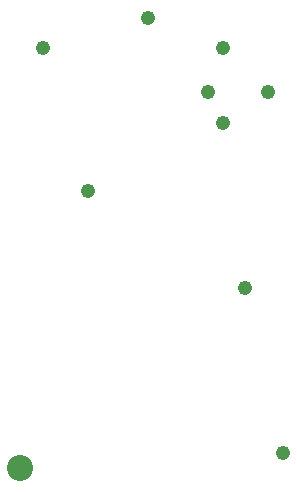
<source format=gbs>
G75*
%MOIN*%
%OFA0B0*%
%FSLAX24Y24*%
%IPPOS*%
%LPD*%
%AMOC8*
5,1,8,0,0,1.08239X$1,22.5*
%
%ADD10C,0.0867*%
%ADD11C,0.0476*%
%ADD12C,0.0480*%
D10*
X001930Y001930D03*
D11*
X004180Y011180D03*
X002680Y015930D03*
X006180Y016930D03*
X008680Y015930D03*
X008680Y013430D03*
X009430Y007930D03*
X010680Y002430D03*
D12*
X010180Y014480D03*
X008180Y014480D03*
M02*

</source>
